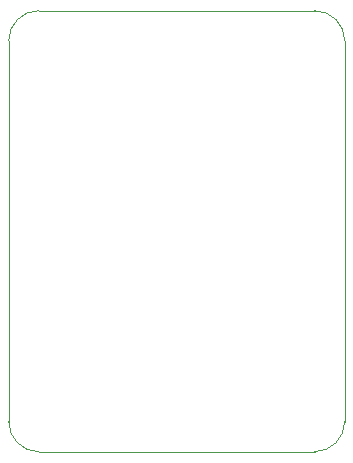
<source format=gm1>
%TF.GenerationSoftware,KiCad,Pcbnew,5.1.10-88a1d61d58~88~ubuntu18.04.1*%
%TF.CreationDate,2021-08-09T12:07:12+05:30*%
%TF.ProjectId,dhadak,64686164-616b-42e6-9b69-6361645f7063,1*%
%TF.SameCoordinates,Original*%
%TF.FileFunction,Profile,NP*%
%FSLAX46Y46*%
G04 Gerber Fmt 4.6, Leading zero omitted, Abs format (unit mm)*
G04 Created by KiCad (PCBNEW 5.1.10-88a1d61d58~88~ubuntu18.04.1) date 2021-08-09 12:07:12*
%MOMM*%
%LPD*%
G01*
G04 APERTURE LIST*
%TA.AperFunction,Profile*%
%ADD10C,0.050000*%
%TD*%
G04 APERTURE END LIST*
D10*
X119380000Y-90805000D02*
X142748000Y-90805000D01*
X116840000Y-125603000D02*
X116840000Y-93345000D01*
X142748000Y-128143000D02*
X119380000Y-128143000D01*
X145288000Y-93345000D02*
X145288000Y-125603000D01*
X145288000Y-125603000D02*
G75*
G02*
X142748000Y-128143000I-2540000J0D01*
G01*
X142748000Y-90805000D02*
G75*
G02*
X145288000Y-93345000I0J-2540000D01*
G01*
X116840000Y-93345000D02*
G75*
G02*
X119380000Y-90805000I2540000J0D01*
G01*
X119380000Y-128143000D02*
G75*
G02*
X116840000Y-125603000I0J2540000D01*
G01*
M02*

</source>
